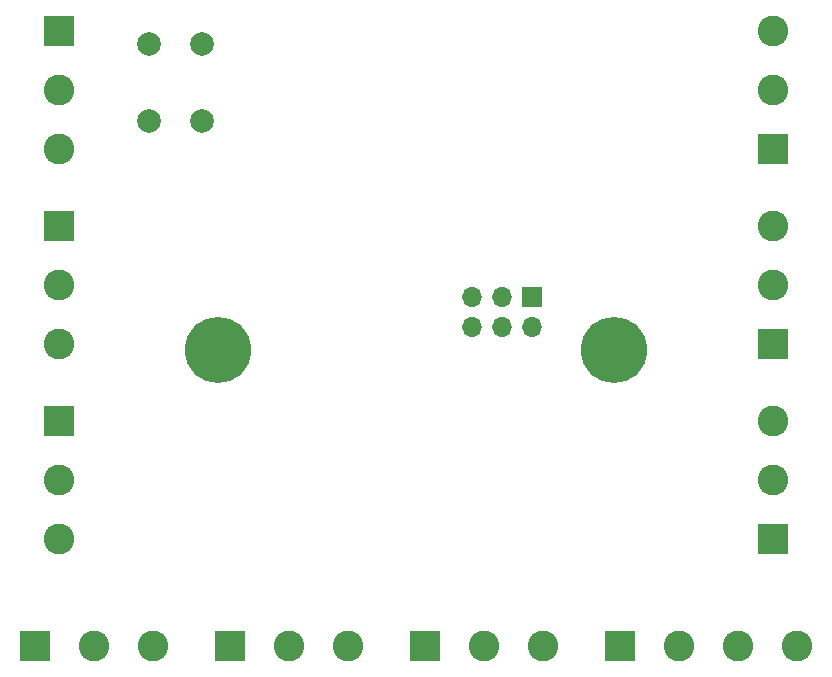
<source format=gbr>
%TF.GenerationSoftware,KiCad,Pcbnew,7.0.2*%
%TF.CreationDate,2024-01-21T19:49:34+02:00*%
%TF.ProjectId,illuminati_ws,696c6c75-6d69-46e6-9174-695f77732e6b,rev?*%
%TF.SameCoordinates,Original*%
%TF.FileFunction,Soldermask,Bot*%
%TF.FilePolarity,Negative*%
%FSLAX46Y46*%
G04 Gerber Fmt 4.6, Leading zero omitted, Abs format (unit mm)*
G04 Created by KiCad (PCBNEW 7.0.2) date 2024-01-21 19:49:34*
%MOMM*%
%LPD*%
G01*
G04 APERTURE LIST*
%ADD10R,2.600000X2.600000*%
%ADD11C,2.600000*%
%ADD12C,5.600000*%
%ADD13R,1.700000X1.700000*%
%ADD14O,1.700000X1.700000*%
%ADD15C,2.000000*%
G04 APERTURE END LIST*
D10*
%TO.C,J5*%
X180000000Y-131000000D03*
D11*
X180000000Y-126000000D03*
X180000000Y-121000000D03*
%TD*%
D10*
%TO.C,J9*%
X119500000Y-121000000D03*
D11*
X119500000Y-126000000D03*
X119500000Y-131000000D03*
%TD*%
D10*
%TO.C,J10*%
X119500000Y-104500000D03*
D11*
X119500000Y-109500000D03*
X119500000Y-114500000D03*
%TD*%
D10*
%TO.C,J2*%
X150500000Y-140000000D03*
D11*
X155500000Y-140000000D03*
X160500000Y-140000000D03*
%TD*%
D12*
%TO.C,H2*%
X133000000Y-115000000D03*
%TD*%
D10*
%TO.C,J4*%
X180000000Y-114500000D03*
D11*
X180000000Y-109500000D03*
X180000000Y-104500000D03*
%TD*%
D13*
%TO.C,J1*%
X159550000Y-110500000D03*
D14*
X159550000Y-113040000D03*
X157010000Y-110500000D03*
X157010000Y-113040000D03*
X154470000Y-110500000D03*
X154470000Y-113040000D03*
%TD*%
D10*
%TO.C,J11*%
X119500000Y-88000000D03*
D11*
X119500000Y-93000000D03*
X119500000Y-98000000D03*
%TD*%
D15*
%TO.C,SW1*%
X127100000Y-95600000D03*
X127100000Y-89100000D03*
X131600000Y-95600000D03*
X131600000Y-89100000D03*
%TD*%
D10*
%TO.C,J8*%
X117500000Y-140000000D03*
D11*
X122500000Y-140000000D03*
X127500000Y-140000000D03*
%TD*%
D12*
%TO.C,H1*%
X166500000Y-115000000D03*
%TD*%
D10*
%TO.C,J7*%
X134000000Y-140000000D03*
D11*
X139000000Y-140000000D03*
X144000000Y-140000000D03*
%TD*%
D10*
%TO.C,J3*%
X180000000Y-98000000D03*
D11*
X180000000Y-93000000D03*
X180000000Y-88000000D03*
%TD*%
D10*
%TO.C,J14*%
X167000000Y-140000000D03*
D11*
X172000000Y-140000000D03*
X177000000Y-140000000D03*
X182000000Y-140000000D03*
%TD*%
M02*

</source>
